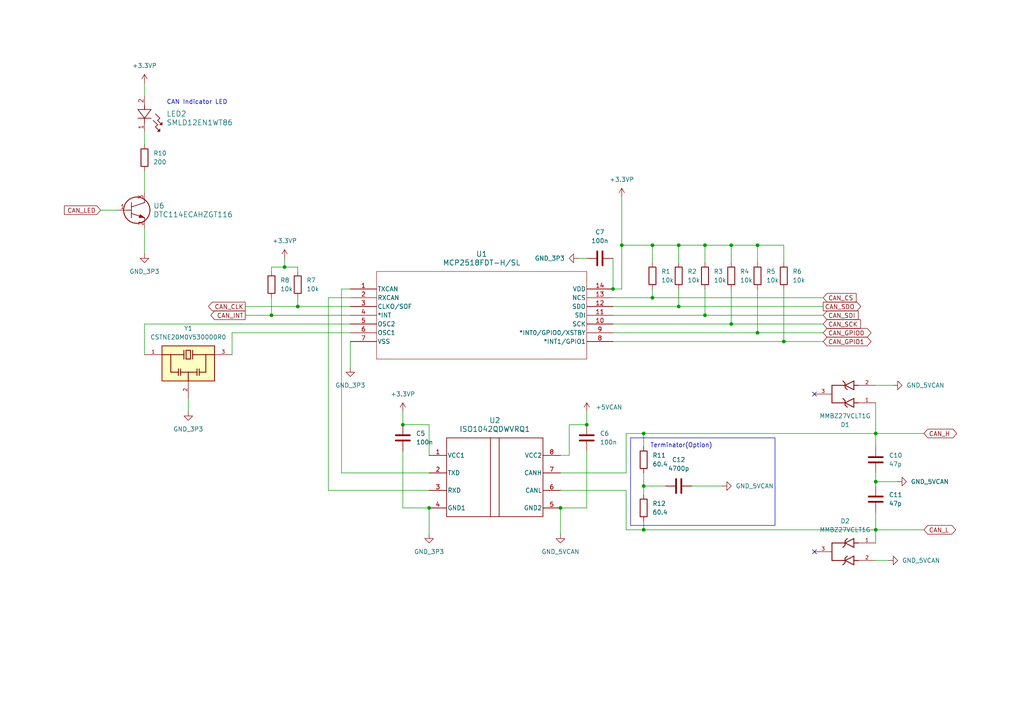
<source format=kicad_sch>
(kicad_sch (version 20250114) (generator "eeschema") (generator_version "9.0")
  (paper "A4")
  (title_block (title "CAN Isolation_Power Board") (date "2025-11-06") (rev "Ver.1.1") (company "ISHI-Kai"))
  (lib_symbols
    (symbol "CSTNE20M0V530000R0:CSTNE20M0V530000R0" (pin_names (offset 1.016))
      (property "Reference" "Y" (at -7.62 6.35 0))
      (property "Value" "CSTNE20M0V530000R0" (at 1.27 -6.35 0))
      (symbol "CSTNE20M0V530000R0_0_0"
        (polyline (pts (xy -7.62 2.54) (xy -5.08 2.54)) (stroke (width 0.254)))
        (rectangle (start -7.62 -5.08) (end 7.62 5.08) (stroke (width 0.254)) (fill (type background)))
        (polyline (pts (xy -5.08 2.54) (xy -1.27 2.54)) (stroke (width 0.254)))
        (polyline (pts (xy -5.08 -2.54) (xy -5.08 2.54)) (stroke (width 0.254)))
        (polyline (pts (xy -2.8575 -1.5875) (xy -2.8575 -2.54)) (stroke (width 0.254)))
        (polyline (pts (xy -2.8575 -2.54) (xy -5.08 -2.54)) (stroke (width 0.254)))
        (polyline (pts (xy -2.8575 -2.54) (xy -2.8575 -3.4925)) (stroke (width 0.254)))
        (polyline (pts (xy -2.2225 -1.5875) (xy -2.2225 -2.54)) (stroke (width 0.254)))
        (polyline (pts (xy -2.2225 -2.54) (xy -2.2225 -3.4925)) (stroke (width 0.254)))
        (polyline (pts (xy -1.27 3.81) (xy -1.27 2.54)) (stroke (width 0.254)))
        (polyline (pts (xy -1.27 2.54) (xy -1.27 1.27)) (stroke (width 0.254)))
        (polyline (pts (xy -0.635 3.81) (xy 0.635 3.81)) (stroke (width 0.254)))
        (polyline (pts (xy -0.635 1.27) (xy -0.635 3.81)) (stroke (width 0.254)))
        (polyline (pts (xy 0 -2.54) (xy -2.2225 -2.54)) (stroke (width 0.254)))
        (polyline (pts (xy 0 -2.54) (xy 2.54 -2.54)) (stroke (width 0.254)))
        (polyline (pts (xy 0 -5.08) (xy 0 -2.54)) (stroke (width 0.254)))
        (polyline (pts (xy 0.635 3.81) (xy 0.635 1.27)) (stroke (width 0.254)))
        (polyline (pts (xy 0.635 1.27) (xy -0.635 1.27)) (stroke (width 0.254)))
        (polyline (pts (xy 1.27 3.81) (xy 1.27 2.54)) (stroke (width 0.254)))
        (polyline (pts (xy 1.27 2.54) (xy 1.27 1.27)) (stroke (width 0.254)))
        (polyline (pts (xy 1.27 2.54) (xy 5.08 2.54)) (stroke (width 0.254)))
        (polyline (pts (xy 2.54 -1.5875) (xy 2.54 -2.54)) (stroke (width 0.254)))
        (polyline (pts (xy 2.54 -2.54) (xy 2.54 -3.4925)) (stroke (width 0.254)))
        (polyline (pts (xy 3.175 -1.5875) (xy 3.175 -2.54)) (stroke (width 0.254)))
        (polyline (pts (xy 3.175 -2.54) (xy 3.175 -3.4925)) (stroke (width 0.254)))
        (polyline (pts (xy 3.175 -2.54) (xy 5.08 -2.54)) (stroke (width 0.254)))
        (polyline (pts (xy 5.08 2.54) (xy 7.62 2.54)) (stroke (width 0.254)))
        (polyline (pts (xy 5.08 -2.54) (xy 5.08 2.54)) (stroke (width 0.254)))
        (pin input line (at -12.7 2.54 0) (length 5.08) (name "~") (number "1"))
        (pin power_in line (at 0 -10.16 90) (length 5.08) (name "~") (number "2"))
        (pin output line (at 12.7 2.54 180) (length 5.08) (name "~") (number "3"))
      )
    )
    (symbol "DTC114ECAHZGT116:DTC114ECAHZGT116" (pin_names (offset 0.254))
      (property "Reference" "U6" (at 10.16 1.2701 0))
      (property "Value" "DTC114ECAHZGT116" (at 10.16 -1.2699 0))
      (symbol "DTC114ECAHZGT116_0_1"
        (polyline (pts (xy 2.54 0) (xy 3.81 0)) (stroke (width 0.2032)))
        (polyline (pts (xy 3.81 0.9398) (xy 7.62 2.2098)) (stroke (width 0.2032)))
        (polyline (pts (xy 3.81 -0.9398) (xy 7.62 -2.2098)) (stroke (width 0.2032)))
        (polyline (pts (xy 3.81 -2.2098) (xy 3.81 2.2098)) (stroke (width 0.2032)))
        (circle (center 5.3848 0) (radius 3.81) (stroke (width 0.254)))
        (polyline (pts (xy 6.0198 -2.2098) (xy 6.35 -1.27) (xy 7.62 -2.2098)) (fill (type outline)))
        (polyline (pts (xy 7.62 2.2098) (xy 7.62 2.54)) (stroke (width 0.2032)))
        (polyline (pts (xy 7.62 -2.54) (xy 7.62 -2.2098)) (stroke (width 0.2032)))
      )
      (symbol "DTC114ECAHZGT116_1_1"
        (pin unspecified line (at 0 0 0) (length 2.54) (name "") (number "1"))
        (pin unspecified line (at 7.62 5.08 270) (length 2.54) (name "") (number "3"))
        (pin unspecified line (at 7.62 -5.08 90) (length 2.54) (name "") (number "2"))
      )
    )
    (symbol "Device:C" (pin_numbers (hide yes)) (pin_names (offset 0.254))
      (property "Reference" "C" (at 0.635 2.54 0))
      (property "Value" "C" (at 0.635 -2.54 0))
      (symbol "C_0_1"
        (polyline (pts (xy -2.032 0.762) (xy 2.032 0.762)) (stroke (width 0.508)))
        (polyline (pts (xy -2.032 -0.762) (xy 2.032 -0.762)) (stroke (width 0.508)))
      )
      (symbol "C_1_1"
        (pin passive line (at 0 3.81 270) (length 2.794) (name "~") (number "1"))
        (pin passive line (at 0 -3.81 90) (length 2.794) (name "~") (number "2"))
      )
    )
    (symbol "Device:R" (pin_numbers (hide yes)) (pin_names (offset 0))
      (property "Reference" "R" (at 2.032 0 90))
      (property "Value" "R" (at 0 0 90))
      (symbol "R_0_1"
        (rectangle (start -1.016 -2.54) (end 1.016 2.54) (stroke (width 0.254)))
      )
      (symbol "R_1_1"
        (pin passive line (at 0 3.81 270) (length 1.27) (name "~") (number "1"))
        (pin passive line (at 0 -3.81 90) (length 1.27) (name "~") (number "2"))
      )
    )
    (symbol "ISO1042QDWVRQ1:ISO1042QDWVRQ1" (pin_names (offset 0.254))
      (property "Reference" "U" (at 0 2.54 0))
      (property "Value" "ISO1042QDWVRQ1" (at 0 0 0))
      (symbol "ISO1042QDWVRQ1_0_1"
        (polyline (pts (xy 5.08 5.08) (xy 5.08 -17.78)) (stroke (width 0.2032)))
        (polyline (pts (xy 5.08 -17.78) (xy 33.02 -17.78)) (stroke (width 0.2032)))
        (polyline (pts (xy 17.78 5.08) (xy 17.78 -17.78)) (stroke (width 0.2032)))
        (polyline (pts (xy 20.32 5.08) (xy 20.32 -17.78)) (stroke (width 0.2032)))
        (polyline (pts (xy 33.02 5.08) (xy 5.08 5.08)) (stroke (width 0.2032)))
        (polyline (pts (xy 33.02 -17.78) (xy 33.02 5.08)) (stroke (width 0.2032)))
        (pin power_in line (at 0 0 0) (length 5.08) (name "VCC1") (number "1"))
        (pin input line (at 0 -5.08 0) (length 5.08) (name "TXD") (number "2"))
        (pin output line (at 0 -10.16 0) (length 5.08) (name "RXD") (number "3"))
        (pin power_in line (at 0 -15.24 0) (length 5.08) (name "GND1") (number "4"))
        (pin power_in line (at 38.1 0 180) (length 5.08) (name "VCC2") (number "8"))
        (pin bidirectional line (at 38.1 -5.08 180) (length 5.08) (name "CANH") (number "7"))
        (pin bidirectional line (at 38.1 -10.16 180) (length 5.08) (name "CANL") (number "6"))
        (pin power_in line (at 38.1 -15.24 180) (length 5.08) (name "GND2") (number "5"))
      )
    )
    (symbol "MCP2518FDT_H_SL:MCP2518FDT-H_SL" (pin_names (offset 0.254))
      (property "Reference" "U" (at 38.1 10.16 0))
      (property "Value" "MCP2518FDT-H/SL" (at 38.1 7.62 0))
      (symbol "MCP2518FDT-H_SL_0_1"
        (polyline (pts (xy 7.62 5.08) (xy 7.62 -20.32)) (stroke (width 0.127)))
        (polyline (pts (xy 7.62 -20.32) (xy 68.58 -20.32)) (stroke (width 0.127)))
        (polyline (pts (xy 68.58 5.08) (xy 7.62 5.08)) (stroke (width 0.127)))
        (polyline (pts (xy 68.58 -20.32) (xy 68.58 5.08)) (stroke (width 0.127)))
        (pin output line (at 0 0 0) (length 7.62) (name "TXCAN") (number "1"))
        (pin input line (at 0 -2.54 0) (length 7.62) (name "RXCAN") (number "2"))
        (pin output line (at 0 -5.08 0) (length 7.62) (name "CLKO/SOF") (number "3"))
        (pin output line (at 0 -7.62 0) (length 7.62) (name "*INT") (number "4"))
        (pin output line (at 0 -10.16 0) (length 7.62) (name "OSC2") (number "5"))
        (pin input line (at 0 -12.7 0) (length 7.62) (name "OSC1") (number "6"))
        (pin power_out line (at 0 -15.24 0) (length 7.62) (name "VSS") (number "7"))
        (pin power_in line (at 76.2 0 180) (length 7.62) (name "VDD") (number "14"))
        (pin input line (at 76.2 -2.54 180) (length 7.62) (name "NCS") (number "13"))
        (pin output line (at 76.2 -5.08 180) (length 7.62) (name "SDO") (number "12"))
        (pin input line (at 76.2 -7.62 180) (length 7.62) (name "SDI") (number "11"))
        (pin input line (at 76.2 -10.16 180) (length 7.62) (name "SCK") (number "10"))
        (pin bidirectional line (at 76.2 -12.7 180) (length 7.62) (name "*INT0/GPIO0/XSTBY") (number "9"))
        (pin bidirectional line (at 76.2 -15.24 180) (length 7.62) (name "*INT1/GPIO1") (number "8"))
      )
    )
    (symbol "MMBZ27VCLT1G:MMBZ27VCLT1G" (pin_names (offset 1.016))
      (property "Reference" "D" (at -7.62 5.08 0))
      (property "Value" "MMBZ27VCLT1G" (at -7.62 -6.35 0))
      (symbol "MMBZ27VCLT1G_0_0"
        (polyline (pts (xy -2.54 2.54) (xy -1.27 2.54)) (stroke (width 0.254)))
        (polyline (pts (xy -2.54 -2.54) (xy -1.27 -2.54)) (stroke (width 0.254)))
        (polyline (pts (xy -1.27 3.81) (xy -1.27 2.54)) (stroke (width 0.254)))
        (polyline (pts (xy -1.27 2.54) (xy -1.27 1.27)) (stroke (width 0.254)))
        (polyline (pts (xy -1.27 1.27) (xy 1.27 2.54)) (stroke (width 0.254)))
        (polyline (pts (xy -1.27 -1.27) (xy -1.27 -2.54)) (stroke (width 0.254)))
        (polyline (pts (xy -1.27 -2.54) (xy -1.27 -3.81)) (stroke (width 0.254)))
        (polyline (pts (xy -1.27 -3.81) (xy 1.27 -2.54)) (stroke (width 0.254)))
        (polyline (pts (xy 0.635 3.81) (xy 1.27 3.175)) (stroke (width 0.254)))
        (polyline (pts (xy 0.635 -1.27) (xy 1.27 -1.905)) (stroke (width 0.254)))
        (polyline (pts (xy 1.27 3.175) (xy 1.27 2.54)) (stroke (width 0.254)))
        (polyline (pts (xy 1.27 2.54) (xy -1.27 3.81)) (stroke (width 0.254)))
        (polyline (pts (xy 1.27 2.54) (xy 1.27 1.905)) (stroke (width 0.254)))
        (polyline (pts (xy 1.27 1.905) (xy 1.905 1.27)) (stroke (width 0.254)))
        (polyline (pts (xy 1.27 -1.905) (xy 1.27 -2.54)) (stroke (width 0.254)))
        (polyline (pts (xy 1.27 -2.54) (xy -1.27 -1.27)) (stroke (width 0.254)))
        (polyline (pts (xy 1.27 -2.54) (xy 1.27 -3.175)) (stroke (width 0.254)))
        (polyline (pts (xy 1.27 -3.175) (xy 1.905 -3.81)) (stroke (width 0.254)))
        (polyline (pts (xy 5.08 2.54) (xy 1.27 2.54)) (stroke (width 0.254)))
        (polyline (pts (xy 5.08 2.54) (xy 5.08 -2.54)) (stroke (width 0.254)))
        (polyline (pts (xy 5.08 -2.54) (xy 1.27 -2.54)) (stroke (width 0.254)))
        (pin passive line (at -7.62 2.54 0) (length 5.08) (name "~") (number "1"))
        (pin passive line (at -7.62 -2.54 0) (length 5.08) (name "~") (number "2"))
        (pin passive line (at 10.16 0 180) (length 5.08) (name "~") (number "3"))
      )
    )
    (symbol "SMLD12EN1WT86:SMLD12EN1WT86" (pin_names (offset 0.254))
      (property "Reference" "R" (at 5.08 -4.445 0))
      (property "Value" "SMLD12EN1WT86" (at 5.08 -7.62 0))
      (symbol "SMLD12EN1WT86_1_1"
        (polyline (pts (xy 2.54 0) (xy 3.4798 0)) (stroke (width 0.2032)))
        (polyline (pts (xy 3.175 0) (xy 3.81 0)) (stroke (width 0.2032)))
        (polyline (pts (xy 3.81 1.905) (xy 3.81 -1.905)) (stroke (width 0.2032)))
        (polyline (pts (xy 3.81 -1.905) (xy 6.35 0)) (stroke (width 0.2032)))
        (polyline (pts (xy 5.08 3.175) (xy 6.35 4.445)) (stroke (width 0.2032)))
        (polyline (pts (xy 6.35 4.445) (xy 6.985 3.81)) (stroke (width 0.2032)))
        (polyline (pts (xy 6.35 0) (xy 3.81 1.905)) (stroke (width 0.2032)))
        (polyline (pts (xy 6.35 0) (xy 7.62 0)) (stroke (width 0.2032)))
        (polyline (pts (xy 6.35 -1.905) (xy 6.35 1.905)) (stroke (width 0.2032)))
        (polyline (pts (xy 6.985 3.81) (xy 8.255 5.08)) (stroke (width 0.2032)))
        (polyline (pts (xy 6.985 2.54) (xy 8.255 3.81)) (stroke (width 0.2032)))
        (polyline (pts (xy 7.62 5.08) (xy 8.255 4.445)) (stroke (width 0.2032)))
        (polyline (pts (xy 8.255 5.08) (xy 7.62 5.08)) (stroke (width 0.2032)))
        (polyline (pts (xy 8.255 4.445) (xy 8.255 5.08)) (stroke (width 0.2032)))
        (polyline (pts (xy 8.255 3.81) (xy 8.89 3.175)) (stroke (width 0.2032)))
        (polyline (pts (xy 8.89 3.175) (xy 10.16 4.445)) (stroke (width 0.2032)))
        (polyline (pts (xy 9.525 4.445) (xy 10.16 3.81)) (stroke (width 0.2032)))
        (polyline (pts (xy 10.16 4.445) (xy 9.525 4.445)) (stroke (width 0.2032)))
        (polyline (pts (xy 10.16 3.81) (xy 10.16 4.445)) (stroke (width 0.2032)))
        (pin unspecified line (at 0 0 0) (length 2.54) (name "") (number "2"))
        (pin unspecified line (at 10.16 0 180) (length 2.54) (name "") (number "1"))
      )
      (symbol "SMLD12EN1WT86_1_2"
        (polyline (pts (xy -5.08 8.255) (xy -5.08 7.62)) (stroke (width 0.2032)))
        (polyline (pts (xy -5.08 7.62) (xy -4.445 8.255)) (stroke (width 0.2032)))
        (polyline (pts (xy -4.445 10.16) (xy -4.445 9.525)) (stroke (width 0.2032)))
        (polyline (pts (xy -4.445 9.525) (xy -3.81 10.16)) (stroke (width 0.2032)))
        (polyline (pts (xy -4.445 8.255) (xy -5.08 8.255)) (stroke (width 0.2032)))
        (polyline (pts (xy -4.445 6.35) (xy -3.81 6.985)) (stroke (width 0.2032)))
        (polyline (pts (xy -3.81 10.16) (xy -4.445 10.16)) (stroke (width 0.2032)))
        (polyline (pts (xy -3.81 8.255) (xy -3.175 8.89)) (stroke (width 0.2032)))
        (polyline (pts (xy -3.81 6.985) (xy -5.08 8.255)) (stroke (width 0.2032)))
        (polyline (pts (xy -3.175 8.89) (xy -4.445 10.16)) (stroke (width 0.2032)))
        (polyline (pts (xy -3.175 5.08) (xy -4.445 6.35)) (stroke (width 0.2032)))
        (polyline (pts (xy -2.54 6.985) (xy -3.81 8.255)) (stroke (width 0.2032)))
        (polyline (pts (xy -1.905 3.81) (xy 1.905 3.81)) (stroke (width 0.2032)))
        (polyline (pts (xy 0 6.35) (xy -1.905 3.81)) (stroke (width 0.2032)))
        (polyline (pts (xy 0 6.35) (xy 0 7.62)) (stroke (width 0.2032)))
        (polyline (pts (xy 0 3.175) (xy 0 3.81)) (stroke (width 0.2032)))
        (polyline (pts (xy 0 2.54) (xy 0 3.4798)) (stroke (width 0.2032)))
        (polyline (pts (xy 1.905 6.35) (xy -1.905 6.35)) (stroke (width 0.2032)))
        (polyline (pts (xy 1.905 3.81) (xy 0 6.35)) (stroke (width 0.2032)))
        (pin unspecified line (at 0 10.16 270) (length 2.54) (name "") (number "1"))
        (pin unspecified line (at 0 0 90) (length 2.54) (name "") (number "2"))
      )
    )
    (symbol "power:+3.3VP" (power) (pin_numbers (hide yes)) (pin_names (offset 0) (hide yes))
      (property "Value" "+3.3VP" (at 0 3.556 0))
      (symbol "+3.3VP_0_0"
        (pin power_in line (at 0 0 90) (length 0) (name "~") (number "1"))
      )
      (symbol "+3.3VP_0_1"
        (polyline (pts (xy -0.762 1.27) (xy 0 2.54)))
        (polyline (pts (xy 0 2.54) (xy 0.762 1.27)))
        (polyline (pts (xy 0 0) (xy 0 2.54)))
      )
    )
    (symbol "power:+5C" (power) (pin_numbers (hide yes)) (pin_names (offset 0) (hide yes))
      (property "Value" "+5C" (at 0 3.556 0))
      (symbol "+5C_0_1"
        (polyline (pts (xy -0.762 1.27) (xy 0 2.54)))
        (polyline (pts (xy 0 2.54) (xy 0.762 1.27)))
        (polyline (pts (xy 0 0) (xy 0 2.54)))
      )
      (symbol "+5C_1_1"
        (pin power_in line (at 0 0 90) (length 0) (name "~") (number "1"))
      )
    )
    (symbol "power:GND1" (power) (pin_numbers (hide yes)) (pin_names (offset 0) (hide yes))
      (property "Value" "GND1" (at 0 -3.81 0))
      (symbol "GND1_0_1"
        (polyline (pts (xy 0 0) (xy 0 -1.27) (xy 1.27 -1.27) (xy 0 -2.54) (xy -1.27 -1.27) (xy 0 -1.27)))
      )
      (symbol "GND1_1_1"
        (pin power_in line (at 0 0 270) (length 0) (name "~") (number "1"))
      )
    )
    (symbol "power:GND2" (power) (pin_numbers (hide yes)) (pin_names (offset 0) (hide yes))
      (property "Value" "GND2" (at 0 -3.81 0))
      (symbol "GND2_0_1"
        (polyline (pts (xy 0 0) (xy 0 -1.27) (xy 1.27 -1.27) (xy 0 -2.54) (xy -1.27 -1.27) (xy 0 -1.27)))
      )
      (symbol "GND2_1_1"
        (pin power_in line (at 0 0 270) (length 0) (name "~") (number "1"))
      )
    )
  )
  (rectangle (start 182.88 127) (end 224.79 152.4))
  (text "CAN Indicator LED" (at 57.15 29.718 0) (effects (font (size 1.27 1.27))))
  (text "Terminator(Option)" (at 197.612 129.286 0) (effects (font (size 1.27 1.27))))
  (junction (at 189.23 71.12))
  (junction (at 116.84 123.19))
  (junction (at 86.36 88.9))
  (junction (at 254 139.7))
  (junction (at 180.34 71.12))
  (junction (at 82.55 77.47))
  (junction (at 78.74 91.44))
  (junction (at 219.71 71.12))
  (junction (at 212.09 93.98))
  (junction (at 227.33 99.06))
  (junction (at 254 153.67))
  (junction (at 189.23 86.36))
  (junction (at 186.69 153.67))
  (junction (at 196.85 71.12))
  (junction (at 124.46 147.32))
  (junction (at 177.8 83.82))
  (junction (at 219.71 96.52))
  (junction (at 196.85 88.9))
  (junction (at 186.69 125.73))
  (junction (at 204.47 91.44))
  (junction (at 204.47 71.12))
  (junction (at 162.56 147.32))
  (junction (at 212.09 71.12))
  (junction (at 254 125.73))
  (junction (at 170.18 123.19))
  (junction (at 186.69 140.97))
  (no_connect (at 236.22 160.02))
  (no_connect (at 236.22 114.3))
  (wire (pts (xy 177.8 96.52) (xy 219.71 96.52)))
  (wire (pts (xy 177.8 91.44) (xy 204.47 91.44)))
  (wire (pts (xy 116.84 123.19) (xy 124.46 123.19)))
  (wire (pts (xy 86.36 78.74) (xy 86.36 77.47)))
  (wire (pts (xy 254 125.73) (xy 254 129.54)))
  (wire (pts (xy 71.12 88.9) (xy 86.36 88.9)))
  (wire (pts (xy 189.23 71.12) (xy 189.23 76.2)))
  (wire (pts (xy 180.34 83.82) (xy 177.8 83.82)))
  (wire (pts (xy 254 148.59) (xy 254 153.67)))
  (wire (pts (xy 254 125.73) (xy 267.97 125.73)))
  (wire (pts (xy 212.09 71.12) (xy 212.09 76.2)))
  (wire (pts (xy 196.85 83.82) (xy 196.85 88.9)))
  (wire (pts (xy 54.61 115.57) (xy 54.61 119.38)))
  (wire (pts (xy 212.09 83.82) (xy 212.09 93.98)))
  (wire (pts (xy 41.91 49.53) (xy 41.91 55.88)))
  (wire (pts (xy 180.34 57.15) (xy 180.34 71.12)))
  (wire (pts (xy 189.23 83.82) (xy 189.23 86.36)))
  (wire (pts (xy 254 162.56) (xy 257.81 162.56)))
  (wire (pts (xy 180.34 71.12) (xy 180.34 83.82)))
  (wire (pts (xy 86.36 88.9) (xy 101.6 88.9)))
  (wire (pts (xy 227.33 99.06) (xy 238.76 99.06)))
  (wire (pts (xy 41.91 102.87) (xy 41.91 93.98)))
  (wire (pts (xy 186.69 140.97) (xy 193.04 140.97)))
  (wire (pts (xy 186.69 140.97) (xy 186.69 143.51)))
  (wire (pts (xy 124.46 132.08) (xy 124.46 123.19)))
  (wire (pts (xy 181.61 153.67) (xy 181.61 142.24)))
  (wire (pts (xy 99.06 83.82) (xy 101.6 83.82)))
  (wire (pts (xy 170.18 147.32) (xy 162.56 147.32)))
  (wire (pts (xy 254 139.7) (xy 260.35 139.7)))
  (wire (pts (xy 196.85 71.12) (xy 189.23 71.12)))
  (wire (pts (xy 101.6 96.52) (xy 67.31 96.52)))
  (wire (pts (xy 165.1 123.19) (xy 170.18 123.19)))
  (wire (pts (xy 219.71 71.12) (xy 212.09 71.12)))
  (wire (pts (xy 196.85 88.9) (xy 238.76 88.9)))
  (wire (pts (xy 116.84 147.32) (xy 124.46 147.32)))
  (wire (pts (xy 170.18 130.81) (xy 170.18 147.32)))
  (wire (pts (xy 227.33 83.82) (xy 227.33 99.06)))
  (wire (pts (xy 181.61 125.73) (xy 186.69 125.73)))
  (wire (pts (xy 177.8 86.36) (xy 189.23 86.36)))
  (wire (pts (xy 82.55 77.47) (xy 78.74 77.47)))
  (wire (pts (xy 78.74 91.44) (xy 101.6 91.44)))
  (wire (pts (xy 41.91 66.04) (xy 41.91 73.66)))
  (wire (pts (xy 67.31 96.52) (xy 67.31 102.87)))
  (wire (pts (xy 186.69 125.73) (xy 254 125.73)))
  (wire (pts (xy 71.12 91.44) (xy 78.74 91.44)))
  (wire (pts (xy 212.09 93.98) (xy 238.76 93.98)))
  (wire (pts (xy 116.84 119.38) (xy 116.84 123.19)))
  (wire (pts (xy 204.47 71.12) (xy 196.85 71.12)))
  (wire (pts (xy 41.91 93.98) (xy 101.6 93.98)))
  (wire (pts (xy 101.6 99.06) (xy 101.6 106.68)))
  (wire (pts (xy 254 116.84) (xy 254 125.73)))
  (wire (pts (xy 162.56 137.16) (xy 181.61 137.16)))
  (wire (pts (xy 99.06 137.16) (xy 99.06 83.82)))
  (wire (pts (xy 254 153.67) (xy 267.97 153.67)))
  (wire (pts (xy 204.47 83.82) (xy 204.47 91.44)))
  (wire (pts (xy 181.61 125.73) (xy 181.61 137.16)))
  (wire (pts (xy 177.8 74.93) (xy 177.8 83.82)))
  (wire (pts (xy 254 139.7) (xy 254 140.97)))
  (wire (pts (xy 170.18 119.38) (xy 170.18 123.19)))
  (wire (pts (xy 219.71 83.82) (xy 219.71 96.52)))
  (wire (pts (xy 177.8 88.9) (xy 196.85 88.9)))
  (wire (pts (xy 165.1 132.08) (xy 165.1 123.19)))
  (wire (pts (xy 189.23 86.36) (xy 238.76 86.36)))
  (wire (pts (xy 254 111.76) (xy 259.08 111.76)))
  (wire (pts (xy 204.47 91.44) (xy 238.76 91.44)))
  (wire (pts (xy 29.21 60.96) (xy 34.29 60.96)))
  (wire (pts (xy 86.36 77.47) (xy 82.55 77.47)))
  (wire (pts (xy 219.71 71.12) (xy 219.71 76.2)))
  (wire (pts (xy 95.25 86.36) (xy 95.25 142.24)))
  (wire (pts (xy 177.8 93.98) (xy 212.09 93.98)))
  (wire (pts (xy 167.64 74.93) (xy 170.18 74.93)))
  (wire (pts (xy 116.84 130.81) (xy 116.84 147.32)))
  (wire (pts (xy 186.69 153.67) (xy 254 153.67)))
  (wire (pts (xy 254 137.16) (xy 254 139.7)))
  (wire (pts (xy 204.47 71.12) (xy 204.47 76.2)))
  (wire (pts (xy 162.56 147.32) (xy 162.56 154.94)))
  (wire (pts (xy 41.91 24.13) (xy 41.91 27.94)))
  (wire (pts (xy 86.36 86.36) (xy 86.36 88.9)))
  (wire (pts (xy 162.56 142.24) (xy 181.61 142.24)))
  (wire (pts (xy 212.09 71.12) (xy 204.47 71.12)))
  (wire (pts (xy 162.56 132.08) (xy 165.1 132.08)))
  (wire (pts (xy 101.6 86.36) (xy 95.25 86.36)))
  (wire (pts (xy 41.91 38.1) (xy 41.91 41.91)))
  (wire (pts (xy 124.46 137.16) (xy 99.06 137.16)))
  (wire (pts (xy 181.61 153.67) (xy 186.69 153.67)))
  (wire (pts (xy 254 153.67) (xy 254 157.48)))
  (wire (pts (xy 186.69 137.16) (xy 186.69 140.97)))
  (wire (pts (xy 196.85 71.12) (xy 196.85 76.2)))
  (wire (pts (xy 186.69 151.13) (xy 186.69 153.67)))
  (wire (pts (xy 95.25 142.24) (xy 124.46 142.24)))
  (wire (pts (xy 78.74 77.47) (xy 78.74 78.74)))
  (wire (pts (xy 186.69 125.73) (xy 186.69 129.54)))
  (wire (pts (xy 219.71 96.52) (xy 238.76 96.52)))
  (wire (pts (xy 189.23 71.12) (xy 180.34 71.12)))
  (wire (pts (xy 200.66 140.97) (xy 209.55 140.97)))
  (wire (pts (xy 124.46 147.32) (xy 124.46 154.94)))
  (wire (pts (xy 177.8 99.06) (xy 227.33 99.06)))
  (wire (pts (xy 227.33 76.2) (xy 227.33 71.12)))
  (wire (pts (xy 78.74 86.36) (xy 78.74 91.44)))
  (wire (pts (xy 82.55 74.93) (xy 82.55 77.47)))
  (wire (pts (xy 227.33 71.12) (xy 219.71 71.12)))
  (global_label "CAN_H" (shape bidirectional) (at 267.97 125.73 0) (property "Intersheetrefs" "${INTERSHEET_REFS}" (effects (hide yes))))
  (global_label "CAN_L" (shape bidirectional) (at 267.97 153.67 0) (property "Intersheetrefs" "${INTERSHEET_REFS}" (effects (hide yes))))
  (global_label "CAN_INT" (shape output) (at 71.12 91.44 180) (property "Intersheetrefs" "${INTERSHEET_REFS}" (effects (hide yes))))
  (global_label "CAN_CLK" (shape output) (at 71.12 88.9 180) (property "Intersheetrefs" "${INTERSHEET_REFS}" (effects (hide yes))))
  (global_label "CAN_GPIO1" (shape bidirectional) (at 238.76 99.06 0) (property "Intersheetrefs" "${INTERSHEET_REFS}" (effects (hide yes))))
  (global_label "CAN_GPIO0" (shape bidirectional) (at 238.76 96.52 0) (property "Intersheetrefs" "${INTERSHEET_REFS}" (effects (hide yes))))
  (global_label "CAN_SDI" (shape input) (at 238.76 91.44 0) (property "Intersheetrefs" "${INTERSHEET_REFS}" (effects (hide yes))))
  (global_label "CAN_SCK" (shape input) (at 238.76 93.98 0) (property "Intersheetrefs" "${INTERSHEET_REFS}" (effects (hide yes))))
  (global_label "CAN_SDO" (shape output) (at 238.76 88.9 0) (property "Intersheetrefs" "${INTERSHEET_REFS}" (effects (hide yes))))
  (global_label "CAN_CS" (shape input) (at 238.76 86.36 0) (property "Intersheetrefs" "${INTERSHEET_REFS}" (effects (hide yes))))
  (global_label "CAN_LED" (shape input) (at 29.21 60.96 180) (property "Intersheetrefs" "${INTERSHEET_REFS}" (effects (hide yes))))
  (symbol (lib_id "power:GND1") (at 54.61 119.38 0) (unit 1)
    (property "Reference" "#PWR014" (effects (hide yes)))
    (property "Value" "GND_3P3" (at 54.61 124.46 0))
    (property "Description" "Power symbol creates a global label with name \"GND1\" , ground" (effects (hide yes)))
  )
  (symbol (lib_id "Device:R") (at 212.09 80.01 0) (unit 1)
    (property "Reference" "R4" (at 214.63 78.7399 0) (effects (justify left)))
    (property "Value" "10k" (at 214.63 81.2799 0) (effects (justify left)))
    (property "Footprint" "Resistor_SMD:R_0603_1608Metric" (effects (hide yes)))
    (property "Description" "Resistor" (effects (hide yes)))
  )
  (symbol (lib_id "power:GND1") (at 41.91 73.66 0) (unit 1)
    (property "Reference" "#PWR017" (effects (hide yes)))
    (property "Value" "GND_3P3" (at 41.91 78.74 0))
    (property "Description" "Power symbol creates a global label with name \"GND1\" , ground" (effects (hide yes)))
  )
  (symbol (lib_id "Device:R") (at 78.74 82.55 0) (unit 1)
    (property "Reference" "R8" (at 81.28 81.2799 0) (effects (justify left)))
    (property "Value" "10k" (at 81.28 83.8199 0) (effects (justify left)))
    (property "Footprint" "Resistor_SMD:R_0603_1608Metric" (effects (hide yes)))
    (property "Description" "Resistor" (effects (hide yes)))
  )
  (symbol (lib_id "Device:R") (at 219.71 80.01 0) (unit 1)
    (property "Reference" "R5" (at 222.25 78.7399 0) (effects (justify left)))
    (property "Value" "10k" (at 222.25 81.2799 0) (effects (justify left)))
    (property "Footprint" "Resistor_SMD:R_0603_1608Metric" (effects (hide yes)))
    (property "Description" "Resistor" (effects (hide yes)))
  )
  (symbol (lib_id "Device:R") (at 186.69 133.35 0) (unit 1)
    (property "Reference" "R11" (at 189.23 132.0799 0) (effects (justify left)))
    (property "Value" "60.4" (at 189.23 134.6199 0) (effects (justify left)))
    (property "Footprint" "Resistor_THT:R_Axial_DIN0207_L6.3mm_D2.5mm_P7.62mm_Horizontal" (effects (hide yes)))
    (property "Description" "Resistor" (effects (hide yes)))
  )
  (symbol (lib_id "MMBZ27VCLT1G:MMBZ27VCLT1G") (at 246.38 114.3 180) (unit 1)
    (property "Reference" "D1" (at 245.11 123.19 0))
    (property "Value" "MMBZ27VCLT1G" (at 245.11 120.65 0))
    (property "Footprint" "CAN_Isolation:SOT95P237X111-3N" (effects (hide yes)))
    (property "PARTREV" "17" (effects (hide yes)))
    (property "STANDARD" "IPC-7351B" (effects (hide yes)))
    (property "MAXIMUM_PACKAGE_HEIGHT" "1.11mm" (effects (hide yes)))
    (property "MANUFACTURER" "ON Semiconductor" (effects (hide yes)))
  )
  (symbol (lib_id "power:GND1") (at 167.64 74.93 270) (mirror x) (unit 1)
    (property "Reference" "#PWR013" (effects (hide yes)))
    (property "Value" "GND_3P3" (at 163.83 74.9299 90) (effects (justify right)))
    (property "Description" "Power symbol creates a global label with name \"GND1\" , ground" (effects (hide yes)))
  )
  (symbol (lib_id "power:GND2") (at 162.56 154.94 0) (unit 1)
    (property "Reference" "#PWR010" (effects (hide yes)))
    (property "Value" "GND_5VCAN" (at 162.56 160.02 0))
    (property "Description" "Power symbol creates a global label with name \"GND2\" , ground" (effects (hide yes)))
  )
  (symbol (lib_id "power:GND2") (at 259.08 111.76 90) (unit 1)
    (property "Reference" "#PWR022" (effects (hide yes)))
    (property "Value" "GND_5VCAN" (at 262.89 111.7599 90) (effects (justify right)))
    (property "Description" "Power symbol creates a global label with name \"GND2\" , ground" (effects (hide yes)))
  )
  (symbol (lib_id "power:GND2") (at 260.35 139.7 90) (unit 1)
    (property "Reference" "#PWR024" (effects (hide yes)))
    (property "Value" "GND_5VCAN" (at 264.16 139.6999 90) (effects (justify right)))
    (property "Description" "Power symbol creates a global label with name \"GND2\" , ground" (effects (hide yes)))
  )
  (symbol (lib_id "power:+3.3VP") (at 116.84 119.38 0) (unit 1)
    (property "Reference" "#PWR02" (effects (hide yes)))
    (property "Value" "+3.3VP" (at 116.84 114.3 0))
    (property "Description" "Power symbol creates a global label with name \"+3.3VP\"" (effects (hide yes)))
  )
  (symbol (lib_id "Device:C") (at 254 144.78 0) (unit 1)
    (property "Reference" "C11" (at 257.81 143.5099 0) (effects (justify left)))
    (property "Value" "47p" (at 257.81 146.0499 0) (effects (justify left)))
    (property "Footprint" "Capacitor_SMD:C_0603_1608Metric" (effects (hide yes)))
    (property "Description" "Unpolarized capacitor" (effects (hide yes)))
  )
  (symbol (lib_id "Device:C") (at 173.99 74.93 90) (unit 1)
    (property "Reference" "C7" (at 173.99 67.31 90))
    (property "Value" "100n" (at 173.99 69.85 90))
    (property "Footprint" "Capacitor_SMD:C_0603_1608Metric" (effects (hide yes)))
    (property "Description" "Unpolarized capacitor" (effects (hide yes)))
  )
  (symbol (lib_id "Device:C") (at 170.18 127 0) (unit 1)
    (property "Reference" "C6" (at 173.99 125.7299 0) (effects (justify left)))
    (property "Value" "100n" (at 173.99 128.2699 0) (effects (justify left)))
    (property "Footprint" "Capacitor_SMD:C_0603_1608Metric" (effects (hide yes)))
    (property "Description" "Unpolarized capacitor" (effects (hide yes)))
  )
  (symbol (lib_id "Device:C") (at 254 133.35 0) (unit 1)
    (property "Reference" "C10" (at 257.81 132.0799 0) (effects (justify left)))
    (property "Value" "47p" (at 257.81 134.6199 0) (effects (justify left)))
    (property "Footprint" "Capacitor_SMD:C_0603_1608Metric" (effects (hide yes)))
    (property "Description" "Unpolarized capacitor" (effects (hide yes)))
  )
  (symbol (lib_id "power:GND1") (at 124.46 154.94 0) (unit 1)
    (property "Reference" "#PWR011" (effects (hide yes)))
    (property "Value" "GND_3P3" (at 124.46 160.02 0))
    (property "Description" "Power symbol creates a global label with name \"GND1\" , ground" (effects (hide yes)))
  )
  (symbol (lib_id "Device:R") (at 227.33 80.01 0) (unit 1)
    (property "Reference" "R6" (at 229.87 78.7399 0) (effects (justify left)))
    (property "Value" "10k" (at 229.87 81.2799 0) (effects (justify left)))
    (property "Footprint" "Resistor_SMD:R_0603_1608Metric" (effects (hide yes)))
    (property "Description" "Resistor" (effects (hide yes)))
  )
  (symbol (lib_id "power:+3.3VP") (at 82.55 74.93 0) (unit 1)
    (property "Reference" "#PWR015" (effects (hide yes)))
    (property "Value" "+3.3VP" (at 82.55 69.85 0))
    (property "Description" "Power symbol creates a global label with name \"+3.3VP\"" (effects (hide yes)))
  )
  (symbol (lib_id "Device:C") (at 116.84 127 0) (unit 1)
    (property "Reference" "C5" (at 120.65 125.7299 0) (effects (justify left)))
    (property "Value" "100n" (at 120.65 128.2699 0) (effects (justify left)))
    (property "Footprint" "Capacitor_SMD:C_0603_1608Metric" (effects (hide yes)))
    (property "Description" "Unpolarized capacitor" (effects (hide yes)))
  )
  (symbol (lib_id "Device:R") (at 189.23 80.01 0) (unit 1)
    (property "Reference" "R1" (at 191.77 78.7399 0) (effects (justify left)))
    (property "Value" "10k" (at 191.77 81.2799 0) (effects (justify left)))
    (property "Footprint" "Resistor_SMD:R_0603_1608Metric" (effects (hide yes)))
    (property "Description" "Resistor" (effects (hide yes)))
  )
  (symbol (lib_id "DTC114ECAHZGT116:DTC114ECAHZGT116") (at 34.29 60.96 0) (unit 1)
    (property "Reference" "U6" (at 44.45 59.6899 0) (effects (font (size 1.524 1.524)) (justify left)))
    (property "Value" "DTC114ECAHZGT116" (at 44.45 62.2299 0) (effects (font (size 1.524 1.524)) (justify left)))
    (property "Footprint" "CAN_Isolation:TRANS_DTCZCAHZGT_ROM" (effects (hide yes)))
    (property "Datasheet" "DTC114ECAHZGT116" (effects (hide yes)))
  )
  (symbol (lib_id "Device:R") (at 186.69 147.32 0) (unit 1)
    (property "Reference" "R12" (at 189.23 146.0499 0) (effects (justify left)))
    (property "Value" "60.4" (at 189.23 148.5899 0) (effects (justify left)))
    (property "Footprint" "Resistor_THT:R_Axial_DIN0207_L6.3mm_D2.5mm_P7.62mm_Horizontal" (effects (hide yes)))
    (property "Description" "Resistor" (effects (hide yes)))
  )
  (symbol (lib_id "power:GND2") (at 257.81 162.56 90) (unit 1)
    (property "Reference" "#PWR023" (effects (hide yes)))
    (property "Value" "GND_5VCAN" (at 261.62 162.5599 90) (effects (justify right)))
    (property "Description" "Power symbol creates a global label with name \"GND2\" , ground" (effects (hide yes)))
  )
  (symbol (lib_id "ISO1042QDWVRQ1:ISO1042QDWVRQ1") (at 124.46 132.08 0) (unit 1)
    (property "Reference" "U2" (at 143.51 121.92 0) (effects (font (size 1.524 1.524))))
    (property "Value" "ISO1042QDWVRQ1" (at 143.51 124.46 0) (effects (font (size 1.524 1.524))))
    (property "Footprint" "CAN_Isolation:DWV0008A-IPC_A" (effects (hide yes)))
    (property "Datasheet" "https://www.ti.com/lit/gpn/iso1042-q1" (effects (hide yes)))
  )
  (symbol (lib_id "power:GND2") (at 209.55 140.97 90) (unit 1)
    (property "Reference" "#PWR021" (effects (hide yes)))
    (property "Value" "GND_5VCAN" (at 213.36 140.9699 90) (effects (justify right)))
    (property "Description" "Power symbol creates a global label with name \"GND2\" , ground" (effects (hide yes)))
  )
  (symbol (lib_id "power:+3.3VP") (at 180.34 57.15 0) (unit 1)
    (property "Reference" "#PWR06" (effects (hide yes)))
    (property "Value" "+3.3VP" (at 180.34 52.07 0))
    (property "Description" "Power symbol creates a global label with name \"+3.3VP\"" (effects (hide yes)))
  )
  (symbol (lib_id "SMLD12EN1WT86:SMLD12EN1WT86") (at 41.91 27.94 270) (unit 1)
    (property "Reference" "LED2" (at 48.26 33.0199 90) (effects (font (size 1.524 1.524)) (justify left)))
    (property "Value" "SMLD12EN1WT86" (at 48.26 35.5599 90) (effects (font (size 1.524 1.524)) (justify left)))
    (property "Footprint" "CAN_Isolation:SMLD12EN1WT86" (effects (hide yes)))
    (property "Datasheet" "SMLD12EN1WT86" (effects (hide yes)))
  )
  (symbol (lib_id "power:+5C") (at 170.18 119.38 0) (unit 1)
    (property "Reference" "#PWR04" (effects (hide yes)))
    (property "Value" "+5VCAN" (at 172.72 118.1099 0) (effects (justify left)))
    (property "Description" "Power symbol creates a global label with name \"+5C\"" (effects (hide yes)))
  )
  (symbol (lib_id "Device:R") (at 204.47 80.01 0) (unit 1)
    (property "Reference" "R3" (at 207.01 78.7399 0) (effects (justify left)))
    (property "Value" "10k" (at 207.01 81.2799 0) (effects (justify left)))
    (property "Footprint" "Resistor_SMD:R_0603_1608Metric" (effects (hide yes)))
    (property "Description" "Resistor" (effects (hide yes)))
  )
  (symbol (lib_id "power:+3.3VP") (at 41.91 24.13 0) (unit 1)
    (property "Reference" "#PWR016" (effects (hide yes)))
    (property "Value" "+3.3VP" (at 41.91 19.05 0))
    (property "Description" "Power symbol creates a global label with name \"+3.3VP\"" (effects (hide yes)))
  )
  (symbol (lib_id "power:GND1") (at 101.6 106.68 0) (unit 1)
    (property "Reference" "#PWR012" (effects (hide yes)))
    (property "Value" "GND_3P3" (at 101.6 111.76 0))
    (property "Description" "Power symbol creates a global label with name \"GND1\" , ground" (effects (hide yes)))
  )
  (symbol (lib_id "CSTNE20M0V530000R0:CSTNE20M0V530000R0") (at 54.61 105.41 0) (unit 1)
    (property "Reference" "Y1" (at 54.61 95.25 0))
    (property "Value" "CSTNE20M0V530000R0" (at 54.61 97.79 0))
    (property "Footprint" "CAN_Isolation:OSC_CSTNE20M0V530000R0" (effects (hide yes)))
    (property "PARTREV" "JGC42-8853B" (effects (hide yes)))
    (property "MANUFACTURER" "Murata" (effects (hide yes)))
    (property "MAXIMUM_PACKAGE_HEIGHT" "1mm" (effects (hide yes)))
    (property "STANDARD" "Manufacturer Recomendations" (effects (hide yes)))
  )
  (symbol (lib_id "MMBZ27VCLT1G:MMBZ27VCLT1G") (at 246.38 160.02 0) (mirror y) (unit 1)
    (property "Reference" "D2" (at 245.11 151.13 0))
    (property "Value" "MMBZ27VCLT1G" (at 245.11 153.67 0))
    (property "Footprint" "CAN_Isolation:SOT95P237X111-3N" (effects (hide yes)))
    (property "PARTREV" "17" (effects (hide yes)))
    (property "STANDARD" "IPC-7351B" (effects (hide yes)))
    (property "MAXIMUM_PACKAGE_HEIGHT" "1.11mm" (effects (hide yes)))
    (property "MANUFACTURER" "ON Semiconductor" (effects (hide yes)))
  )
  (symbol (lib_id "Device:C") (at 196.85 140.97 90) (unit 1)
    (property "Reference" "C12" (at 196.85 133.35 90))
    (property "Value" "4700p" (at 196.85 135.89 90))
    (property "Footprint" "Capacitor_SMD:C_0603_1608Metric" (effects (hide yes)))
    (property "Description" "Unpolarized capacitor" (effects (hide yes)))
  )
  (symbol (lib_id "MCP2518FDT_H_SL:MCP2518FDT-H_SL") (at 101.6 83.82 0) (unit 1)
    (property "Reference" "U1" (at 139.7 73.66 0) (effects (font (size 1.524 1.524))))
    (property "Value" "MCP2518FDT-H/SL" (at 139.7 76.2 0) (effects (font (size 1.524 1.524))))
    (property "Footprint" "CAN_Isolation:SOIC14_150MIL_SL_MCH" (effects (hide yes)))
    (property "Datasheet" "MCP2518FDT-H/SL" (effects (hide yes)))
  )
  (symbol (lib_id "Device:R") (at 86.36 82.55 0) (unit 1)
    (property "Reference" "R7" (at 88.9 81.2799 0) (effects (justify left)))
    (property "Value" "10k" (at 88.9 83.8199 0) (effects (justify left)))
    (property "Footprint" "Resistor_SMD:R_0603_1608Metric" (effects (hide yes)))
    (property "Description" "Resistor" (effects (hide yes)))
  )
  (symbol (lib_id "Device:R") (at 196.85 80.01 0) (unit 1)
    (property "Reference" "R2" (at 199.39 78.7399 0) (effects (justify left)))
    (property "Value" "10k" (at 199.39 81.2799 0) (effects (justify left)))
    (property "Footprint" "Resistor_SMD:R_0603_1608Metric" (effects (hide yes)))
    (property "Description" "Resistor" (effects (hide yes)))
  )
  (symbol (lib_id "Device:R") (at 41.91 45.72 0) (unit 1)
    (property "Reference" "R10" (at 44.45 44.4499 0) (effects (justify left)))
    (property "Value" "200" (at 44.45 46.9899 0) (effects (justify left)))
    (property "Footprint" "Resistor_SMD:R_0603_1608Metric" (effects (hide yes)))
    (property "Description" "Resistor" (effects (hide yes)))
  )
)
</source>
